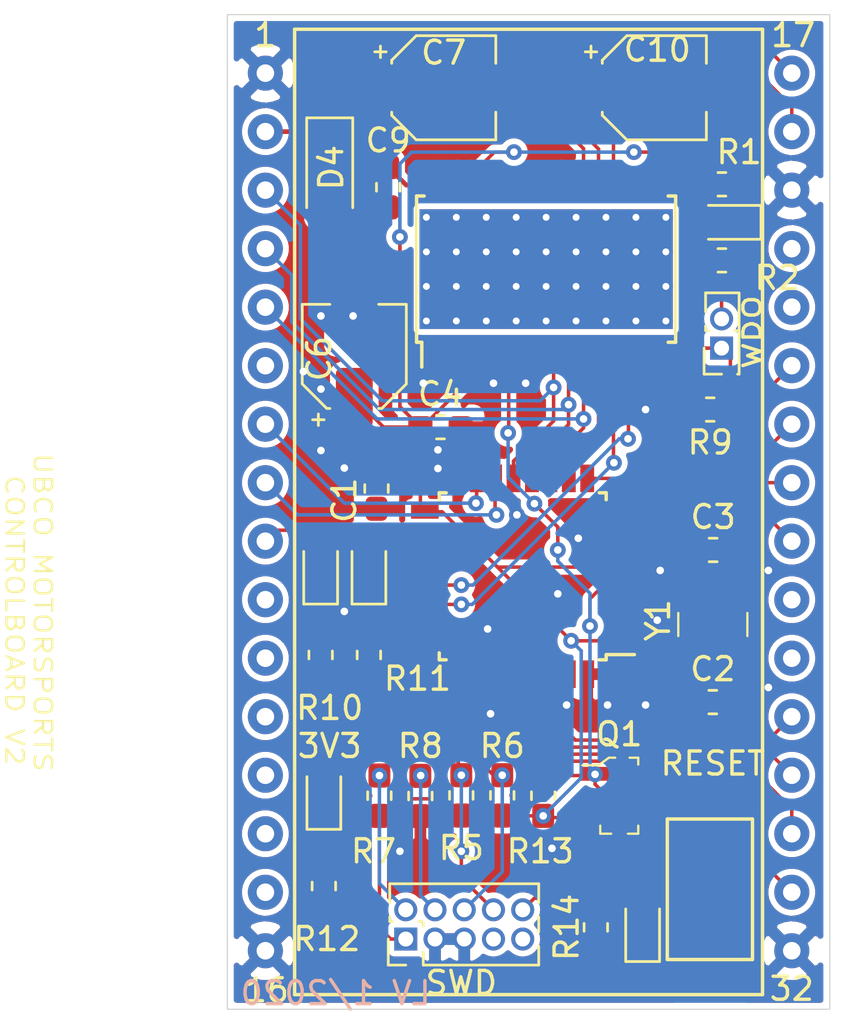
<source format=kicad_pcb>
(kicad_pcb (version 20171130) (host pcbnew "(5.1.4-0-10_14)")
  (layers (0 F.Cu signal) (31 B.Cu signal) (36 B.SilkS user) (37 F.SilkS user) (38 B.Mask user) (39 F.Mask user) (44 Edge.Cuts user))
  (net 0 "")
  (net 1 GND)
  (net 2 +12V)
  (net 3 "Net-(C10-Pad1)")
  (net 4 "Net-(D1-Pad1)")
  (net 5 CANH)
  (net 6 CANL)
  (net 7 MOSI)
  (net 8 MISO)
  (net 9 SCK)
  (net 10 SCSN)
  (net 11 SWDIO)
  (net 12 SWDCLK)
  (net 13 SWO)
  (net 14 TDI)
  (net 15 RESET)
  (net 16 LIMP)
  (net 17 WD_OFF)
  (net 18 CAN_RX)
  (net 19 CAN_TX)
  (net 20 "Net-(D2-Pad1)")
  (net 21 "Net-(D3-Pad1)")
  (net 22 "Net-(D5-Pad1)")
  (net 23 "Net-(D6-Pad2)")
  (net 24 "Net-(D6-Pad1)")
  (net 25 +3V3)
  (net 26 PB7)
  (net 27 PB6)
  (net 28 PB5)
  (net 29 PB4)
  (net 30 PA3)
  (net 31 PA2)
  (net 32 PA1)
  (net 33 PA0)
  (net 34 OSC_IN)
  (net 35 OSC_OUT)
  (module Capacitor_SMD:C_0603_1608Metric_Pad1.05x0.95mm_HandSolder (layer F.Cu) (at 139.079 96.901)
    (fp_text reference C3 (at 0 -1.43) (layer F.SilkS))
    (fp_text value 8p)
    (pad 2 smd roundrect (at 0.875 0) (size 1.05 0.95) (layers F.Cu F.Paste F.Mask) (net 1 GND))
    (pad 1 smd roundrect (at -0.875 0) (size 1.05 0.95) (layers F.Cu F.Paste F.Mask) (net 35 OSC_OUT))
  )
  (module digikey-footprints:SMD-2_3.2x2.5mm (layer F.Cu) (at 139.065 100.137 90)
    (fp_text reference Y1 (at 0.188 -2.38 90) (layer F.SilkS))
    (fp_text value 8Mhz)
    (pad 1 smd rect (at -0.95 0 90) (size 1.5 2.7) (layers F.Cu F.Paste F.Mask) (net 34 OSC_IN))
    (pad 2 smd rect (at 0.95 0 90) (size 1.5 2.7) (layers F.Cu F.Paste F.Mask) (net 35 OSC_OUT))
  )
  (module Capacitor_SMD:C_0603_1608Metric_Pad1.05x0.95mm_HandSolder (layer F.Cu) (at 139.065 103.505)
    (fp_text reference C2 (at 0 -1.43) (layer F.SilkS))
    (fp_text value 8p)
    (pad 2 smd roundrect (at 0.875 0) (size 1.05 0.95) (layers F.Cu F.Paste F.Mask) (net 1 GND))
    (pad 1 smd roundrect (at -0.875 0) (size 1.05 0.95) (layers F.Cu F.Paste F.Mask) (net 34 OSC_IN))
  )
  (module Package_QFP:LQFP-32_7x7mm_P0.8mm (layer F.Cu) (at 130.81 98.044 180)
    (fp_text reference U1 hide)
    (fp_text value STM32F303K8Tx)
    (pad 32 smd rect (at -2.8 -4.25 270) (size 1.2 0.6) (layers F.Cu F.Paste F.Mask) (net 1 GND))
    (pad 31 smd rect (at -2 -4.25 270) (size 1.2 0.6) (layers F.Cu F.Paste F.Mask))
    (pad 30 smd rect (at -1.2 -4.25 270) (size 1.2 0.6) (layers F.Cu F.Paste F.Mask) (net 26 PB7))
    (pad 29 smd rect (at -0.4 -4.25 270) (size 1.2 0.6) (layers F.Cu F.Paste F.Mask) (net 27 PB6))
    (pad 28 smd rect (at 0.4 -4.25 270) (size 1.2 0.6) (layers F.Cu F.Paste F.Mask) (net 28 PB5))
    (pad 27 smd rect (at 1.2 -4.25 270) (size 1.2 0.6) (layers F.Cu F.Paste F.Mask) (net 29 PB4))
    (pad 26 smd rect (at 2 -4.25 270) (size 1.2 0.6) (layers F.Cu F.Paste F.Mask) (net 13 SWO))
    (pad 25 smd rect (at 2.8 -4.25 270) (size 1.2 0.6) (layers F.Cu F.Paste F.Mask) (net 14 TDI))
    (pad 24 smd rect (at 4.25 -2.8 180) (size 1.2 0.6) (layers F.Cu F.Paste F.Mask) (net 12 SWDCLK))
    (pad 23 smd rect (at 4.25 -2 180) (size 1.2 0.6) (layers F.Cu F.Paste F.Mask) (net 11 SWDIO))
    (pad 22 smd rect (at 4.25 -1.2 180) (size 1.2 0.6) (layers F.Cu F.Paste F.Mask) (net 19 CAN_TX))
    (pad 21 smd rect (at 4.25 -0.4 180) (size 1.2 0.6) (layers F.Cu F.Paste F.Mask) (net 18 CAN_RX))
    (pad 20 smd rect (at 4.25 0.4 180) (size 1.2 0.6) (layers F.Cu F.Paste F.Mask))
    (pad 19 smd rect (at 4.25 1.2 180) (size 1.2 0.6) (layers F.Cu F.Paste F.Mask))
    (pad 18 smd rect (at 4.25 2 180) (size 1.2 0.6) (layers F.Cu F.Paste F.Mask))
    (pad 17 smd rect (at 4.25 2.8 180) (size 1.2 0.6) (layers F.Cu F.Paste F.Mask) (net 25 +3V3))
    (pad 16 smd rect (at 2.8 4.25 270) (size 1.2 0.6) (layers F.Cu F.Paste F.Mask) (net 1 GND))
    (pad 15 smd rect (at 2 4.25 270) (size 1.2 0.6) (layers F.Cu F.Paste F.Mask))
    (pad 14 smd rect (at 1.2 4.25 270) (size 1.2 0.6) (layers F.Cu F.Paste F.Mask))
    (pad 13 smd rect (at 0.4 4.25 270) (size 1.2 0.6) (layers F.Cu F.Paste F.Mask) (net 7 MOSI))
    (pad 12 smd rect (at -0.4 4.25 270) (size 1.2 0.6) (layers F.Cu F.Paste F.Mask) (net 8 MISO))
    (pad 11 smd rect (at -1.2 4.25 270) (size 1.2 0.6) (layers F.Cu F.Paste F.Mask) (net 9 SCK))
    (pad 10 smd rect (at -2 4.25 270) (size 1.2 0.6) (layers F.Cu F.Paste F.Mask) (net 10 SCSN))
    (pad 9 smd rect (at -2.8 4.25 270) (size 1.2 0.6) (layers F.Cu F.Paste F.Mask) (net 30 PA3))
    (pad 8 smd rect (at -4.25 2.8 180) (size 1.2 0.6) (layers F.Cu F.Paste F.Mask) (net 31 PA2))
    (pad 7 smd rect (at -4.25 2 180) (size 1.2 0.6) (layers F.Cu F.Paste F.Mask) (net 32 PA1))
    (pad 6 smd rect (at -4.25 1.2 180) (size 1.2 0.6) (layers F.Cu F.Paste F.Mask) (net 33 PA0))
    (pad 5 smd rect (at -4.25 0.4 180) (size 1.2 0.6) (layers F.Cu F.Paste F.Mask) (net 25 +3V3))
    (pad 4 smd rect (at -4.25 -0.4 180) (size 1.2 0.6) (layers F.Cu F.Paste F.Mask) (net 15 RESET))
    (pad 3 smd rect (at -4.25 -1.2 180) (size 1.2 0.6) (layers F.Cu F.Paste F.Mask) (net 35 OSC_OUT))
    (pad 2 smd rect (at -4.25 -2 180) (size 1.2 0.6) (layers F.Cu F.Paste F.Mask) (net 34 OSC_IN))
    (pad 1 smd rect (at -4.25 -2.8 180) (size 1.2 0.6) (layers F.Cu F.Paste F.Mask) (net 25 +3V3))
  )
  (module Package_SO:HTSSOP-32-1EP_6.1x11mm_P0.65mm_EP5.2x11mm_Mask4.11x4.36mm_ThermalVias (layer F.Cu) (at 131.826 84.709 90)
    (fp_text reference U2 hide)
    (fp_text value UJA1075A-3.3)
    (pad 33 smd rect (at 0 0 90) (size 5.2 11) (layers B.Cu))
    (pad 33 thru_hole circle (at 0.75 5.2 90) (size 0.6 0.6) (drill 0.3) (layers *.Cu))
    (pad 33 thru_hole circle (at 2.25 5.2 90) (size 0.6 0.6) (drill 0.3) (layers *.Cu))
    (pad 33 thru_hole circle (at -2.25 5.2 90) (size 0.6 0.6) (drill 0.3) (layers *.Cu))
    (pad 33 thru_hole circle (at -0.75 5.2 90) (size 0.6 0.6) (drill 0.3) (layers *.Cu))
    (pad 33 thru_hole circle (at 0.75 3.9 90) (size 0.6 0.6) (drill 0.3) (layers *.Cu))
    (pad 33 thru_hole circle (at 0.75 2.6 90) (size 0.6 0.6) (drill 0.3) (layers *.Cu))
    (pad 33 thru_hole circle (at -0.75 2.6 90) (size 0.6 0.6) (drill 0.3) (layers *.Cu))
    (pad 33 thru_hole circle (at -2.25 2.6 90) (size 0.6 0.6) (drill 0.3) (layers *.Cu))
    (pad 33 thru_hole circle (at -0.75 3.9 90) (size 0.6 0.6) (drill 0.3) (layers *.Cu))
    (pad 33 thru_hole circle (at 2.25 3.9 90) (size 0.6 0.6) (drill 0.3) (layers *.Cu))
    (pad 33 thru_hole circle (at -2.25 3.9 90) (size 0.6 0.6) (drill 0.3) (layers *.Cu))
    (pad 33 thru_hole circle (at 2.25 2.6 90) (size 0.6 0.6) (drill 0.3) (layers *.Cu))
    (pad 33 thru_hole circle (at 0.75 1.3 90) (size 0.6 0.6) (drill 0.3) (layers *.Cu))
    (pad 33 thru_hole circle (at 0.75 0 90) (size 0.6 0.6) (drill 0.3) (layers *.Cu))
    (pad 33 thru_hole circle (at -0.75 0 90) (size 0.6 0.6) (drill 0.3) (layers *.Cu))
    (pad 33 thru_hole circle (at -2.25 0 90) (size 0.6 0.6) (drill 0.3) (layers *.Cu))
    (pad 33 thru_hole circle (at -0.75 1.3 90) (size 0.6 0.6) (drill 0.3) (layers *.Cu))
    (pad 33 thru_hole circle (at 2.25 1.3 90) (size 0.6 0.6) (drill 0.3) (layers *.Cu))
    (pad 33 thru_hole circle (at -2.25 1.3 90) (size 0.6 0.6) (drill 0.3) (layers *.Cu))
    (pad 33 thru_hole circle (at 2.25 0 90) (size 0.6 0.6) (drill 0.3) (layers *.Cu))
    (pad 33 thru_hole circle (at 0.75 -1.3 90) (size 0.6 0.6) (drill 0.3) (layers *.Cu))
    (pad 33 thru_hole circle (at 0.75 -2.6 90) (size 0.6 0.6) (drill 0.3) (layers *.Cu))
    (pad 33 thru_hole circle (at -0.75 -2.6 90) (size 0.6 0.6) (drill 0.3) (layers *.Cu))
    (pad 33 thru_hole circle (at -2.25 -2.6 90) (size 0.6 0.6) (drill 0.3) (layers *.Cu))
    (pad 33 thru_hole circle (at -0.75 -1.3 90) (size 0.6 0.6) (drill 0.3) (layers *.Cu))
    (pad 33 thru_hole circle (at 2.25 -1.3 90) (size 0.6 0.6) (drill 0.3) (layers *.Cu))
    (pad 33 thru_hole circle (at -2.25 -1.3 90) (size 0.6 0.6) (drill 0.3) (layers *.Cu))
    (pad 33 thru_hole circle (at 2.25 -2.6 90) (size 0.6 0.6) (drill 0.3) (layers *.Cu))
    (pad 33 thru_hole circle (at 2.25 -3.9 90) (size 0.6 0.6) (drill 0.3) (layers *.Cu))
    (pad 33 thru_hole circle (at 0.75 -3.9 90) (size 0.6 0.6) (drill 0.3) (layers *.Cu))
    (pad 33 thru_hole circle (at -0.75 -3.9 90) (size 0.6 0.6) (drill 0.3) (layers *.Cu))
    (pad 33 thru_hole circle (at -2.25 -3.9 90) (size 0.6 0.6) (drill 0.3) (layers *.Cu))
    (pad 33 thru_hole circle (at 2.25 -5.2 90) (size 0.6 0.6) (drill 0.3) (layers *.Cu))
    (pad 33 thru_hole circle (at 0.75 -5.2 90) (size 0.6 0.6) (drill 0.3) (layers *.Cu))
    (pad 33 thru_hole circle (at -0.75 -5.2 90) (size 0.6 0.6) (drill 0.3) (layers *.Cu))
    (pad 33 thru_hole circle (at -2.25 -5.2 90) (size 0.6 0.6) (drill 0.3) (layers *.Cu))
    (pad 33 smd rect (at 0 0 90) (size 5.2 11) (layers F.Cu))
    (pad 32 smd rect (at 3.65 -4.875 90) (size 1.2 0.4) (layers F.Cu F.Paste F.Mask) (net 2 +12V))
    (pad 31 smd rect (at 3.65 -4.225 90) (size 1.2 0.4) (layers F.Cu F.Paste F.Mask))
    (pad 30 smd rect (at 3.65 -3.575 90) (size 1.2 0.4) (layers F.Cu F.Paste F.Mask) (net 1 GND))
    (pad 29 smd rect (at 3.65 -2.925 90) (size 1.2 0.4) (layers F.Cu F.Paste F.Mask) (net 25 +3V3))
    (pad 28 smd rect (at 3.65 -2.275 90) (size 1.2 0.4) (layers F.Cu F.Paste F.Mask))
    (pad 27 smd rect (at 3.65 -1.625 90) (size 1.2 0.4) (layers F.Cu F.Paste F.Mask))
    (pad 26 smd rect (at 3.65 -0.975 90) (size 1.2 0.4) (layers F.Cu F.Paste F.Mask))
    (pad 25 smd rect (at 3.65 -0.325 90) (size 1.2 0.4) (layers F.Cu F.Paste F.Mask))
    (pad 24 smd rect (at 3.65 0.325 90) (size 1.2 0.4) (layers F.Cu F.Paste F.Mask))
    (pad 23 smd rect (at 3.65 0.975 90) (size 1.2 0.4) (layers F.Cu F.Paste F.Mask) (net 1 GND))
    (pad 22 smd rect (at 3.65 1.625 90) (size 1.2 0.4) (layers F.Cu F.Paste F.Mask) (net 6 CANL))
    (pad 21 smd rect (at 3.65 2.275 90) (size 1.2 0.4) (layers F.Cu F.Paste F.Mask) (net 5 CANH))
    (pad 20 smd rect (at 3.65 2.925 90) (size 1.2 0.4) (layers F.Cu F.Paste F.Mask) (net 3 "Net-(C10-Pad1)"))
    (pad 19 smd rect (at 3.65 3.575 90) (size 1.2 0.4) (layers F.Cu F.Paste F.Mask))
    (pad 18 smd rect (at 3.65 4.225 90) (size 1.2 0.4) (layers F.Cu F.Paste F.Mask))
    (pad 17 smd rect (at 3.65 4.875 90) (size 1.2 0.4) (layers F.Cu F.Paste F.Mask) (net 16 LIMP))
    (pad 16 smd rect (at -3.65 4.875 90) (size 1.2 0.4) (layers F.Cu F.Paste F.Mask) (net 17 WD_OFF))
    (pad 15 smd rect (at -3.65 4.225 90) (size 1.2 0.4) (layers F.Cu F.Paste F.Mask) (net 1 GND))
    (pad 14 smd rect (at -3.65 3.575 90) (size 1.2 0.4) (layers F.Cu F.Paste F.Mask) (net 18 CAN_RX))
    (pad 13 smd rect (at -3.65 2.925 90) (size 1.2 0.4) (layers F.Cu F.Paste F.Mask) (net 19 CAN_TX))
    (pad 12 smd rect (at -3.65 2.275 90) (size 1.2 0.4) (layers F.Cu F.Paste F.Mask) (net 10 SCSN))
    (pad 11 smd rect (at -3.65 1.625 90) (size 1.2 0.4) (layers F.Cu F.Paste F.Mask) (net 9 SCK))
    (pad 10 smd rect (at -3.65 0.975 90) (size 1.2 0.4) (layers F.Cu F.Paste F.Mask) (net 8 MISO))
    (pad 9 smd rect (at -3.65 0.325 90) (size 1.2 0.4) (layers F.Cu F.Paste F.Mask) (net 7 MOSI))
    (pad 8 smd rect (at -3.65 -0.325 90) (size 1.2 0.4) (layers F.Cu F.Paste F.Mask))
    (pad 7 smd rect (at -3.65 -0.975 90) (size 1.2 0.4) (layers F.Cu F.Paste F.Mask))
    (pad 6 smd rect (at -3.65 -1.625 90) (size 1.2 0.4) (layers F.Cu F.Paste F.Mask) (net 15 RESET))
    (pad 5 smd rect (at -3.65 -2.275 90) (size 1.2 0.4) (layers F.Cu F.Paste F.Mask))
    (pad 4 smd rect (at -3.65 -2.925 90) (size 1.2 0.4) (layers F.Cu F.Paste F.Mask) (net 25 +3V3))
    (pad 3 smd rect (at -3.65 -3.575 90) (size 1.2 0.4) (layers F.Cu F.Paste F.Mask))
    (pad 2 smd rect (at -3.65 -4.225 90) (size 1.2 0.4) (layers F.Cu F.Paste F.Mask))
    (pad 1 smd rect (at -3.65 -4.875 90) (size 1.2 0.4) (layers F.Cu F.Paste F.Mask))
  )
  (module Lukas_Library:Breadboard_Center_32pin (layer F.Cu) (at 119.634 76.2)
    (fp_text reference J1 hide)
    (fp_text value "Main Header")
    (pad 32 thru_hole circle (at 22.86 38.1) (size 1.524 1.524) (drill 0.762) (layers *.Cu *.Mask) (net 1 GND))
    (pad 31 thru_hole circle (at 22.86 35.56) (size 1.524 1.524) (drill 0.762) (layers *.Cu *.Mask) (net 29 PB4))
    (pad 30 thru_hole circle (at 22.86 33.02) (size 1.524 1.524) (drill 0.762) (layers *.Cu *.Mask) (net 28 PB5))
    (pad 29 thru_hole circle (at 22.86 30.48) (size 1.524 1.524) (drill 0.762) (layers *.Cu *.Mask) (net 27 PB6))
    (pad 28 thru_hole circle (at 22.86 27.94) (size 1.524 1.524) (drill 0.762) (layers *.Cu *.Mask) (net 26 PB7))
    (pad 27 thru_hole circle (at 22.86 25.4) (size 1.524 1.524) (drill 0.762) (layers *.Cu *.Mask))
    (pad 26 thru_hole circle (at 22.86 22.86) (size 1.524 1.524) (drill 0.762) (layers *.Cu *.Mask))
    (pad 25 thru_hole circle (at 22.86 20.32) (size 1.524 1.524) (drill 0.762) (layers *.Cu *.Mask) (net 33 PA0))
    (pad 24 thru_hole circle (at 22.86 17.78) (size 1.524 1.524) (drill 0.762) (layers *.Cu *.Mask) (net 32 PA1))
    (pad 23 thru_hole circle (at 22.86 15.24) (size 1.524 1.524) (drill 0.762) (layers *.Cu *.Mask) (net 31 PA2))
    (pad 22 thru_hole circle (at 22.86 12.7) (size 1.524 1.524) (drill 0.762) (layers *.Cu *.Mask) (net 30 PA3))
    (pad 21 thru_hole circle (at 22.86 10.16) (size 1.524 1.524) (drill 0.762) (layers *.Cu *.Mask))
    (pad 20 thru_hole circle (at 22.86 7.62) (size 1.524 1.524) (drill 0.762) (layers *.Cu *.Mask))
    (pad 19 thru_hole circle (at 22.86 5.08) (size 1.524 1.524) (drill 0.762) (layers *.Cu *.Mask) (net 1 GND))
    (pad 18 thru_hole circle (at 22.86 2.54) (size 1.524 1.524) (drill 0.762) (layers *.Cu *.Mask) (net 5 CANH))
    (pad 17 thru_hole circle (at 22.86 0) (size 1.524 1.524) (drill 0.762) (layers *.Cu *.Mask) (net 6 CANL))
    (pad 16 thru_hole circle (at 0 38.1) (size 1.524 1.524) (drill 0.762) (layers *.Cu *.Mask) (net 1 GND))
    (pad 15 thru_hole circle (at 0 35.56) (size 1.524 1.524) (drill 0.762) (layers *.Cu *.Mask))
    (pad 14 thru_hole circle (at 0 33.02) (size 1.524 1.524) (drill 0.762) (layers *.Cu *.Mask))
    (pad 13 thru_hole circle (at 0 30.48) (size 1.524 1.524) (drill 0.762) (layers *.Cu *.Mask))
    (pad 12 thru_hole circle (at 0 27.94) (size 1.524 1.524) (drill 0.762) (layers *.Cu *.Mask))
    (pad 11 thru_hole circle (at 0 25.4) (size 1.524 1.524) (drill 0.762) (layers *.Cu *.Mask))
    (pad 10 thru_hole circle (at 0 22.86) (size 1.524 1.524) (drill 0.762) (layers *.Cu *.Mask))
    (pad 9 thru_hole circle (at 0 20.32) (size 1.524 1.524) (drill 0.762) (layers *.Cu *.Mask))
    (pad 8 thru_hole circle (at 0 17.78) (size 1.524 1.524) (drill 0.762) (layers *.Cu *.Mask))
    (pad 7 thru_hole circle (at 0 15.24) (size 1.524 1.524) (drill 0.762) (layers *.Cu *.Mask))
    (pad 6 thru_hole circle (at 0 12.7) (size 1.524 1.524) (drill 0.762) (layers *.Cu *.Mask))
    (pad 5 thru_hole circle (at 0 10.16) (size 1.524 1.524) (drill 0.762) (layers *.Cu *.Mask) (net 9 SCK))
    (pad 4 thru_hole circle (at 0 7.62) (size 1.524 1.524) (drill 0.762) (layers *.Cu *.Mask) (net 8 MISO))
    (pad 3 thru_hole circle (at 0 5.08) (size 1.524 1.524) (drill 0.762) (layers *.Cu *.Mask) (net 7 MOSI))
    (pad 2 thru_hole circle (at 0 2.54) (size 1.524 1.524) (drill 0.762) (layers *.Cu *.Mask) (net 2 +12V))
    (pad 1 thru_hole circle (at 0 0) (size 1.524 1.524) (drill 0.762) (layers *.Cu *.Mask) (net 1 GND))
  )
  (module "Lukas_Library:PTS636 SK25F SMTR LFS" (layer F.Cu) (at 138.938 111.631 270)
    (fp_text reference S1 hide)
    (fp_text value RESET)
    (pad 1 smd rect (at -3.3 0 270) (size 2.4 2.1) (layers F.Cu F.Paste F.Mask) (net 15 RESET))
    (pad 2 smd rect (at 3.3 0 270) (size 2.4 2.1) (layers F.Cu F.Paste F.Mask) (net 1 GND))
  )
  (module Resistor_SMD:R_0603_1608Metric_Pad1.05x0.95mm_HandSolder (layer F.Cu) (at 133.985 113.284 90)
    (fp_text reference R14 (at 0 -1.27 90) (layer F.SilkS))
    (fp_text value 220)
    (pad 2 smd roundrect (at 0.875 0 90) (size 1.05 0.95) (layers F.Cu F.Paste F.Mask) (net 1 GND))
    (pad 1 smd roundrect (at -0.875 0 90) (size 1.05 0.95) (layers F.Cu F.Paste F.Mask) (net 24 "Net-(D6-Pad1)"))
  )
  (module digikey-footprints:SOT-23-3 (layer F.Cu) (at 135.001 107.569)
    (fp_text reference Q1 (at 0 -2.667) (layer F.SilkS))
    (fp_text value BSS84)
    (pad 1 smd rect (at -1.05 -0.95) (size 1.3 0.6) (layers F.Cu F.Paste F.Mask) (net 15 RESET))
    (pad 2 smd rect (at -1.05 0.95) (size 1.3 0.6) (layers F.Cu F.Paste F.Mask) (net 25 +3V3))
    (pad 3 smd rect (at 1.05 0) (size 1.3 0.6) (layers F.Cu F.Paste F.Mask) (net 23 "Net-(D6-Pad2)"))
  )
  (module LED_SMD:LED_0603_1608Metric (layer F.Cu) (at 136.017 113.284 90)
    (fp_text reference D6 hide)
    (fp_text value LEDR)
    (pad 2 smd roundrect (at 0.7875 0 90) (size 0.875 0.95) (layers F.Cu F.Paste F.Mask) (net 23 "Net-(D6-Pad2)"))
    (pad 1 smd roundrect (at -0.7875 0 90) (size 0.875 0.95) (layers F.Cu F.Paste F.Mask) (net 24 "Net-(D6-Pad1)"))
  )
  (module LED_SMD:LED_0603_1608Metric (layer F.Cu) (at 122.174 107.5435 90)
    (fp_text reference D5 hide)
    (fp_text value LEDG)
    (pad 2 smd roundrect (at 0.7875 0 90) (size 0.875 0.95) (layers F.Cu F.Paste F.Mask) (net 25 +3V3))
    (pad 1 smd roundrect (at -0.7875 0 90) (size 0.875 0.95) (layers F.Cu F.Paste F.Mask) (net 22 "Net-(D5-Pad1)"))
  )
  (module LED_SMD:LED_0603_1608Metric (layer F.Cu) (at 124.1298 97.7645 90)
    (fp_text reference D3 hide)
    (fp_text value LEDG)
    (pad 2 smd roundrect (at 0.7875 0 90) (size 0.875 0.95) (layers F.Cu F.Paste F.Mask))
    (pad 1 smd roundrect (at -0.7875 0 90) (size 0.875 0.95) (layers F.Cu F.Paste F.Mask) (net 21 "Net-(D3-Pad1)"))
  )
  (module LED_SMD:LED_0603_1608Metric (layer F.Cu) (at 122.0343 97.7645 90)
    (fp_text reference D2 hide)
    (fp_text value LEDG)
    (pad 2 smd roundrect (at 0.7875 0 90) (size 0.875 0.95) (layers F.Cu F.Paste F.Mask))
    (pad 1 smd roundrect (at -0.7875 0 90) (size 0.875 0.95) (layers F.Cu F.Paste F.Mask) (net 20 "Net-(D2-Pad1)"))
  )
  (module LED_SMD:LED_0603_1608Metric (layer F.Cu) (at 139.6745 82.677 180)
    (fp_text reference D1 hide)
    (fp_text value LEDR)
    (pad 2 smd roundrect (at 0.7875 0 180) (size 0.875 0.95) (layers F.Cu F.Paste F.Mask) (net 25 +3V3))
    (pad 1 smd roundrect (at -0.7875 0 180) (size 0.875 0.95) (layers F.Cu F.Paste F.Mask) (net 4 "Net-(D1-Pad1)"))
  )
  (module Resistor_SMD:R_0603_1608Metric_Pad1.05x0.95mm_HandSolder (layer F.Cu) (at 131.699 107.569 90)
    (fp_text reference R13 (at -2.413 -0.127) (layer F.SilkS))
    (fp_text value 10k)
    (pad 2 smd roundrect (at 0.875 0 90) (size 1.05 0.95) (layers F.Cu F.Paste F.Mask) (net 15 RESET))
    (pad 1 smd roundrect (at -0.875 0 90) (size 1.05 0.95) (layers F.Cu F.Paste F.Mask) (net 25 +3V3))
  )
  (module Resistor_SMD:R_0603_1608Metric_Pad1.05x0.95mm_HandSolder (layer F.Cu) (at 122.174 111.492 90)
    (fp_text reference R12 (at -2.3 0.127 180) (layer F.SilkS))
    (fp_text value 220)
    (pad 2 smd roundrect (at 0.875 0 90) (size 1.05 0.95) (layers F.Cu F.Paste F.Mask) (net 22 "Net-(D5-Pad1)"))
    (pad 1 smd roundrect (at -0.875 0 90) (size 1.05 0.95) (layers F.Cu F.Paste F.Mask) (net 1 GND))
  )
  (module Resistor_SMD:R_0603_1608Metric_Pad1.05x0.95mm_HandSolder (layer F.Cu) (at 124.1298 101.459 90)
    (fp_text reference R11 (at -1.03 2.1082 180) (layer F.SilkS))
    (fp_text value 220)
    (pad 2 smd roundrect (at 0.875 0 90) (size 1.05 0.95) (layers F.Cu F.Paste F.Mask) (net 21 "Net-(D3-Pad1)"))
    (pad 1 smd roundrect (at -0.875 0 90) (size 1.05 0.95) (layers F.Cu F.Paste F.Mask) (net 1 GND))
  )
  (module Resistor_SMD:R_0603_1608Metric_Pad1.05x0.95mm_HandSolder (layer F.Cu) (at 122.0343 101.459 90)
    (fp_text reference R10 (at -2.3 0.3937 180) (layer F.SilkS))
    (fp_text value 220)
    (pad 2 smd roundrect (at 0.875 0 90) (size 1.05 0.95) (layers F.Cu F.Paste F.Mask) (net 20 "Net-(D2-Pad1)"))
    (pad 1 smd roundrect (at -0.875 0 90) (size 1.05 0.95) (layers F.Cu F.Paste F.Mask) (net 1 GND))
  )
  (module Resistor_SMD:R_0603_1608Metric_Pad1.05x0.95mm_HandSolder (layer F.Cu) (at 138.952 90.805 180)
    (fp_text reference R9 (at 0 -1.43) (layer F.SilkS))
    (fp_text value 1.3k)
    (pad 2 smd roundrect (at 0.875 0 180) (size 1.05 0.95) (layers F.Cu F.Paste F.Mask) (net 1 GND))
    (pad 1 smd roundrect (at -0.875 0 180) (size 1.05 0.95) (layers F.Cu F.Paste F.Mask) (net 17 WD_OFF))
  )
  (module Resistor_SMD:R_0603_1608Metric_Pad1.05x0.95mm_HandSolder (layer F.Cu) (at 126.365 107.583 270)
    (fp_text reference R8 (at -2.173 0 180) (layer F.SilkS))
    (fp_text value 10k)
    (pad 2 smd roundrect (at 0.875 0 270) (size 1.05 0.95) (layers F.Cu F.Paste F.Mask) (net 1 GND))
    (pad 1 smd roundrect (at -0.875 0 270) (size 1.05 0.95) (layers F.Cu F.Paste F.Mask) (net 12 SWDCLK))
  )
  (module Resistor_SMD:R_0603_1608Metric_Pad1.05x0.95mm_HandSolder (layer F.Cu) (at 124.587 107.569 90)
    (fp_text reference R7 (at -2.413 -0.254) (layer F.SilkS))
    (fp_text value 10k)
    (pad 2 smd roundrect (at 0.875 0 90) (size 1.05 0.95) (layers F.Cu F.Paste F.Mask) (net 11 SWDIO))
    (pad 1 smd roundrect (at -0.875 0 90) (size 1.05 0.95) (layers F.Cu F.Paste F.Mask) (net 25 +3V3))
  )
  (module Resistor_SMD:R_0603_1608Metric_Pad1.05x0.95mm_HandSolder (layer F.Cu) (at 129.921 107.555 90)
    (fp_text reference R6 (at 2.145 0 180) (layer F.SilkS))
    (fp_text value 10k)
    (pad 2 smd roundrect (at 0.875 0 90) (size 1.05 0.95) (layers F.Cu F.Paste F.Mask) (net 13 SWO))
    (pad 1 smd roundrect (at -0.875 0 90) (size 1.05 0.95) (layers F.Cu F.Paste F.Mask) (net 25 +3V3))
  )
  (module Resistor_SMD:R_0603_1608Metric_Pad1.05x0.95mm_HandSolder (layer F.Cu) (at 128.143 107.555 90)
    (fp_text reference R5 (at -2.286 0 180) (layer F.SilkS))
    (fp_text value 10k)
    (pad 2 smd roundrect (at 0.875 0 90) (size 1.05 0.95) (layers F.Cu F.Paste F.Mask) (net 14 TDI))
    (pad 1 smd roundrect (at -0.875 0 90) (size 1.05 0.95) (layers F.Cu F.Paste F.Mask) (net 25 +3V3))
  )
  (module Resistor_SMD:R_0603_1608Metric_Pad1.05x0.95mm_HandSolder (layer F.Cu) (at 139.46 84.328 180)
    (fp_text reference R2 (at -2.399 -0.762) (layer F.SilkS))
    (fp_text value 220)
    (pad 2 smd roundrect (at 0.875 0 180) (size 1.05 0.95) (layers F.Cu F.Paste F.Mask) (net 16 LIMP))
    (pad 1 smd roundrect (at -0.875 0 180) (size 1.05 0.95) (layers F.Cu F.Paste F.Mask) (net 4 "Net-(D1-Pad1)"))
  )
  (module Resistor_SMD:R_0603_1608Metric_Pad1.05x0.95mm_HandSolder (layer F.Cu) (at 139.46 81.026 180)
    (fp_text reference R1 (at -0.748 1.397) (layer F.SilkS))
    (fp_text value 10k)
    (pad 2 smd roundrect (at 0.875 0 180) (size 1.05 0.95) (layers F.Cu F.Paste F.Mask) (net 16 LIMP))
    (pad 1 smd roundrect (at -0.875 0 180) (size 1.05 0.95) (layers F.Cu F.Paste F.Mask) (net 25 +3V3))
  )
  (module Capacitor_SMD:C_0603_1608Metric_Pad1.05x0.95mm_HandSolder (layer F.Cu) (at 124.968 81.153 90)
    (fp_text reference C9 (at 2.032 0 180) (layer F.SilkS))
    (fp_text value 100n)
    (pad 2 smd roundrect (at 0.875 0 90) (size 1.05 0.95) (layers F.Cu F.Paste F.Mask) (net 2 +12V))
    (pad 1 smd roundrect (at -0.875 0 90) (size 1.05 0.95) (layers F.Cu F.Paste F.Mask) (net 1 GND))
  )
  (module Capacitor_SMD:C_0603_1608Metric_Pad1.05x0.95mm_HandSolder (layer F.Cu) (at 127.24 91.567)
    (fp_text reference C4 (at 0 -1.43) (layer F.SilkS))
    (fp_text value 100n)
    (pad 2 smd roundrect (at 0.875 0) (size 1.05 0.95) (layers F.Cu F.Paste F.Mask) (net 1 GND))
    (pad 1 smd roundrect (at -0.875 0) (size 1.05 0.95) (layers F.Cu F.Paste F.Mask) (net 25 +3V3))
  )
  (module Capacitor_SMD:C_0603_1608Metric_Pad1.05x0.95mm_HandSolder (layer F.Cu) (at 124.46 94.234 90)
    (fp_text reference C1 (at -0.508 -1.397 90) (layer F.SilkS))
    (fp_text value 100n)
    (pad 2 smd roundrect (at 0.875 0 90) (size 1.05 0.95) (layers F.Cu F.Paste F.Mask) (net 25 +3V3))
    (pad 1 smd roundrect (at -0.875 0 90) (size 1.05 0.95) (layers F.Cu F.Paste F.Mask) (net 1 GND))
  )
  (module Capacitor_SMD:CP_Elec_4x5.4 (layer F.Cu) (at 136.525 76.835)
    (fp_text reference C10 (at 0.127 -1.651) (layer F.SilkS))
    (fp_text value 10u)
    (pad 2 smd roundrect (at 1.8 0) (size 2.6 1.6) (layers F.Cu F.Paste F.Mask) (roundrect_rratio 0.15625) (net 1 GND))
    (pad 1 smd roundrect (at -1.8 0) (size 2.6 1.6) (layers F.Cu F.Paste F.Mask) (roundrect_rratio 0.15625) (net 3 "Net-(C10-Pad1)"))
  )
  (module Connector_PinHeader_1.27mm:PinHeader_2x01_P1.27mm_Vertical (layer F.Cu) (at 139.446 88.138 90)
    (fp_text reference J3 hide)
    (fp_text value WD_Disable)
    (pad 2 thru_hole oval (at 1.27 0 90) (size 1 1) (drill 0.65) (layers *.Cu *.Mask) (net 25 +3V3))
    (pad 1 thru_hole rect (at 0 0 90) (size 1 1) (drill 0.65) (layers *.Cu *.Mask) (net 17 WD_OFF))
  )
  (module Diode_SMD:D_SOD-123 (layer F.Cu) (at 122.428 80.391 270)
    (fp_text reference D4 (at -0.0889 -0.0635 90) (layer F.SilkS))
    (fp_text value 30v)
    (pad 2 smd rect (at 1.65 0 270) (size 0.9 1.2) (layers F.Cu F.Paste F.Mask) (net 1 GND))
    (pad 1 smd rect (at -1.65 0 270) (size 0.9 1.2) (layers F.Cu F.Paste F.Mask) (net 2 +12V))
  )
  (module Connector_PinHeader_1.27mm:PinHeader_2x05_P1.27mm_Vertical (layer F.Cu) (at 125.73 113.792 90)
    (fp_text reference J2 hide)
    (fp_text value SWD)
    (pad 10 thru_hole oval (at 1.27 5.08 90) (size 1 1) (drill 0.65) (layers *.Cu *.Mask) (net 15 RESET))
    (pad 9 thru_hole oval (at 0 5.08 90) (size 1 1) (drill 0.65) (layers *.Cu *.Mask))
    (pad 8 thru_hole oval (at 1.27 3.81 90) (size 1 1) (drill 0.65) (layers *.Cu *.Mask) (net 14 TDI))
    (pad 7 thru_hole oval (at 0 3.81 90) (size 1 1) (drill 0.65) (layers *.Cu *.Mask))
    (pad 6 thru_hole oval (at 1.27 2.54 90) (size 1 1) (drill 0.65) (layers *.Cu *.Mask) (net 13 SWO))
    (pad 5 thru_hole oval (at 0 2.54 90) (size 1 1) (drill 0.65) (layers *.Cu *.Mask) (net 1 GND))
    (pad 4 thru_hole oval (at 1.27 1.27 90) (size 1 1) (drill 0.65) (layers *.Cu *.Mask) (net 12 SWDCLK))
    (pad 3 thru_hole oval (at 0 1.27 90) (size 1 1) (drill 0.65) (layers *.Cu *.Mask) (net 1 GND))
    (pad 2 thru_hole oval (at 1.27 0 90) (size 1 1) (drill 0.65) (layers *.Cu *.Mask) (net 11 SWDIO))
    (pad 1 thru_hole rect (at 0 0 90) (size 1 1) (drill 0.65) (layers *.Cu *.Mask) (net 25 +3V3))
  )
  (module Capacitor_SMD:CP_Elec_4x5.4 (layer F.Cu) (at 123.4948 88.497 90)
    (fp_text reference C6 (at -0.0982 -1.524 90) (layer F.SilkS))
    (fp_text value 10u)
    (pad 2 smd roundrect (at 1.8 0 90) (size 2.6 1.6) (layers F.Cu F.Paste F.Mask) (roundrect_rratio 0.15625) (net 1 GND))
    (pad 1 smd roundrect (at -1.8 0 90) (size 2.6 1.6) (layers F.Cu F.Paste F.Mask) (roundrect_rratio 0.15625) (net 25 +3V3))
  )
  (module Capacitor_SMD:CP_Elec_4x5.4 (layer F.Cu) (at 127.381 76.835)
    (fp_text reference C7 (at 0 -1.524) (layer F.SilkS))
    (fp_text value 10u)
    (pad 2 smd roundrect (at 1.8 0) (size 2.6 1.6) (layers F.Cu F.Paste F.Mask) (roundrect_rratio 0.15625) (net 1 GND))
    (pad 1 smd roundrect (at -1.8 0) (size 2.6 1.6) (layers F.Cu F.Paste F.Mask) (roundrect_rratio 0.15625) (net 2 +12V))
  )
  (gr_text WDO (at 140.7795 87.4395 90) (layer F.SilkS) (effects (font (size 0.75 1))))
  (gr_text 3V3 (at 122.428 105.41) (layer F.SilkS) (effects (font (size 1 1))))
  (gr_text "LV 1/2020" (at 122.682 116.1415) (layer B.SilkS) (effects (font (size 1 1)) (justify mirror)))
  (gr_text "UBCO MOTORSPORTS \nCONTROLBOARD V2" (at 109.347 99.949 270) (layer F.SilkS) (effects (font (size 0.762 0.889) (thickness 0.1016))))
  (gr_text 32 (at 142.494 115.951) (layer F.SilkS) (effects (font (size 1 1))))
  (gr_text 16 (at 119.6975 116.0145) (layer F.SilkS) (effects (font (size 1 1))))
  (gr_text 17 (at 142.5575 74.549) (layer F.SilkS) (effects (font (size 1 1))))
  (gr_text 1 (at 119.634 74.549) (layer F.SilkS) (effects (font (size 1 1))))
  (gr_text RESET (at 139.065 106.172) (layer F.SilkS) (effects (font (size 1 1))))
  (gr_text SWD (at 128.143 115.697) (layer F.SilkS) (effects (font (size 1 1))))
  (gr_line (start 117.983 116.84) (end 117.983 73.66) (layer Edge.Cuts) (width 0.05))
  (gr_line (start 144.145 116.84) (end 117.983 116.84) (layer Edge.Cuts) (width 0.05))
  (gr_line (start 144.145 73.66) (end 144.145 116.84) (layer Edge.Cuts) (width 0.05))
  (gr_line (start 117.983 73.66) (end 144.145 73.66) (layer Edge.Cuts) (width 0.05))
  (segment (start 124.2628 96.844) (end 124.1298 96.977) (width 0.1524) (layer F.Cu) (net 0))
  (segment (start 126.56 96.844) (end 124.2628 96.844) (width 0.1524) (layer F.Cu) (net 0))
  (segment (start 122.7013 97.644) (end 122.0343 96.977) (width 0.1524) (layer F.Cu) (net 0))
  (segment (start 126.56 97.644) (end 122.7013 97.644) (width 0.1524) (layer F.Cu) (net 0))
  (segment (start 120.11 96.044) (end 119.634 96.52) (width 0.1524) (layer F.Cu) (net 0))
  (segment (start 126.56 96.044) (end 120.11 96.044) (width 0.1524) (layer F.Cu) (net 0))
  (via (at 128.778 94.869) (size 0.6858) (drill 0.3302) (layers F.Cu B.Cu) (net 0))
  (segment (start 128.81 94.837) (end 128.778 94.869) (width 0.1524) (layer F.Cu) (net 0))
  (segment (start 128.81 93.794) (end 128.81 94.837) (width 0.1524) (layer F.Cu) (net 0))
  (segment (start 123.063 94.869) (end 119.634 91.44) (width 0.1524) (layer B.Cu) (net 0))
  (segment (start 128.778 94.869) (end 123.063 94.869) (width 0.1524) (layer B.Cu) (net 0))
  (via (at 129.667 95.377) (size 0.6858) (drill 0.3302) (layers F.Cu B.Cu) (net 0))
  (segment (start 129.61 95.32) (end 129.667 95.377) (width 0.1524) (layer F.Cu) (net 0))
  (segment (start 129.61 93.794) (end 129.61 95.32) (width 0.1524) (layer F.Cu) (net 0))
  (segment (start 121.031 95.377) (end 119.634 93.98) (width 0.1524) (layer B.Cu) (net 0))
  (segment (start 129.667 95.377) (end 121.031 95.377) (width 0.1524) (layer B.Cu) (net 0))
  (via (at 125.476 109.982) (size 0.6858) (drill 0.3302) (layers F.Cu B.Cu) (net 1))
  (via (at 141.478 97.79) (size 0.6858) (drill 0.3302) (layers F.Cu B.Cu) (net 1))
  (via (at 141.478 102.87) (size 0.6858) (drill 0.3302) (layers F.Cu B.Cu) (net 1))
  (via (at 136.144 90.805) (size 0.6858) (drill 0.3302) (layers F.Cu B.Cu) (net 1))
  (via (at 121.285 89.154) (size 0.6858) (drill 0.3302) (layers F.Cu B.Cu) (net 1))
  (via (at 122.047 89.916) (size 0.6858) (drill 0.3302) (layers F.Cu B.Cu) (net 1))
  (via (at 123.444 86.741) (size 0.6858) (drill 0.3302) (layers F.Cu B.Cu) (net 1))
  (via (at 122.047 86.741) (size 0.6858) (drill 0.3302) (layers F.Cu B.Cu) (net 1))
  (segment (start 127.5576 93.794) (end 127.127 93.3634) (width 0.1524) (layer F.Cu) (net 1))
  (segment (start 128.01 93.794) (end 127.5576 93.794) (width 0.1524) (layer F.Cu) (net 1))
  (segment (start 127.127 92.555) (end 127.127 92.555) (width 0.1524) (layer F.Cu) (net 1))
  (segment (start 127.127 93.3634) (end 127.127 92.555) (width 0.1524) (layer F.Cu) (net 1))
  (segment (start 127.127 92.555) (end 128.115 91.567) (width 0.1524) (layer F.Cu) (net 1))
  (via (at 127.127 92.555) (size 0.6858) (drill 0.3302) (layers F.Cu B.Cu) (net 1))
  (segment (start 127.127 93.3634) (end 127.127 93.3634) (width 0.1524) (layer F.Cu) (net 1))
  (via (at 127.127 93.3634) (size 0.6858) (drill 0.3302) (layers F.Cu B.Cu) (net 1))
  (via (at 129.54 89.662) (size 0.6858) (drill 0.3302) (layers F.Cu B.Cu) (net 1))
  (via (at 133.223 96.393) (size 0.6858) (drill 0.3302) (layers F.Cu B.Cu) (net 1))
  (via (at 129.286 100.33) (size 0.6858) (drill 0.3302) (layers F.Cu B.Cu) (net 1))
  (via (at 132.334 98.806) (size 0.6858) (drill 0.3302) (layers F.Cu B.Cu) (net 1))
  (via (at 123.063 93.345) (size 0.6858) (drill 0.3302) (layers F.Cu B.Cu) (net 1))
  (via (at 122.047 92.583) (size 0.6858) (drill 0.3302) (layers F.Cu B.Cu) (net 1))
  (via (at 132.715 103.632) (size 0.6858) (drill 0.3302) (layers F.Cu B.Cu) (net 1))
  (via (at 134.493 103.632) (size 0.6858) (drill 0.3302) (layers F.Cu B.Cu) (net 1))
  (via (at 136.144 103.632) (size 0.6858) (drill 0.3302) (layers F.Cu B.Cu) (net 1))
  (via (at 136.779 97.79) (size 0.6858) (drill 0.3302) (layers F.Cu B.Cu) (net 1))
  (via (at 130.556 95.377) (size 0.6858) (drill 0.3302) (layers F.Cu B.Cu) (net 1))
  (via (at 130.937 89.662) (size 0.6858) (drill 0.3302) (layers F.Cu B.Cu) (net 1))
  (via (at 126.492 89.662) (size 0.6858) (drill 0.3302) (layers F.Cu B.Cu) (net 1))
  (via (at 136.652 99.949) (size 0.6858) (drill 0.3302) (layers F.Cu B.Cu) (net 1))
  (via (at 123.063 99.568) (size 0.6858) (drill 0.3302) (layers F.Cu B.Cu) (net 1))
  (via (at 129.413 104.013) (size 0.6858) (drill 0.3302) (layers F.Cu B.Cu) (net 1))
  (via (at 132.08 109.855) (size 0.6858) (drill 0.3302) (layers F.Cu B.Cu) (net 1))
  (segment (start 125.749 81.059) (end 124.968 80.278) (width 0.2032) (layer F.Cu) (net 2))
  (segment (start 126.951 81.059) (end 125.749 81.059) (width 0.2032) (layer F.Cu) (net 2))
  (segment (start 122.427 78.74) (end 122.428 78.741) (width 0.2032) (layer F.Cu) (net 2))
  (segment (start 119.634 78.74) (end 122.427 78.74) (width 0.2032) (layer F.Cu) (net 2))
  (segment (start 123.431 78.741) (end 124.968 80.278) (width 0.2032) (layer F.Cu) (net 2))
  (segment (start 122.428 78.741) (end 123.431 78.741) (width 0.2032) (layer F.Cu) (net 2))
  (segment (start 123.675 78.741) (end 125.581 76.835) (width 0.2032) (layer F.Cu) (net 2))
  (segment (start 122.428 78.741) (end 123.675 78.741) (width 0.2032) (layer F.Cu) (net 2))
  (segment (start 134.751 81.059) (end 134.751 76.861) (width 0.1524) (layer F.Cu) (net 3))
  (segment (start 134.751 76.861) (end 134.725 76.835) (width 0.1524) (layer F.Cu) (net 3))
  (segment (start 140.462 84.201) (end 140.335 84.328) (width 0.1524) (layer F.Cu) (net 4))
  (segment (start 140.462 82.677) (end 140.462 84.201) (width 0.1524) (layer F.Cu) (net 4))
  (segment (start 142.494 77.66237) (end 142.494 78.74) (width 0.1524) (layer F.Cu) (net 5))
  (segment (start 139.76163 74.93) (end 142.494 77.66237) (width 0.1524) (layer F.Cu) (net 5))
  (segment (start 132.08 75.819) (end 132.969 74.93) (width 0.1524) (layer F.Cu) (net 5))
  (segment (start 132.08 77.47) (end 132.08 75.819) (width 0.1524) (layer F.Cu) (net 5))
  (segment (start 134.101 79.491) (end 132.08 77.47) (width 0.1524) (layer F.Cu) (net 5))
  (segment (start 132.969 74.93) (end 139.76163 74.93) (width 0.1524) (layer F.Cu) (net 5))
  (segment (start 134.101 81.059) (end 134.101 79.491) (width 0.1524) (layer F.Cu) (net 5))
  (segment (start 132.842744 74.625189) (end 140.919189 74.625189) (width 0.1524) (layer F.Cu) (net 6))
  (segment (start 131.699 75.768933) (end 132.842744 74.625189) (width 0.1524) (layer F.Cu) (net 6))
  (segment (start 140.919189 74.625189) (end 141.732001 75.438001) (width 0.1524) (layer F.Cu) (net 6))
  (segment (start 133.451 79.476) (end 131.699 77.724) (width 0.1524) (layer F.Cu) (net 6))
  (segment (start 141.732001 75.438001) (end 142.494 76.2) (width 0.1524) (layer F.Cu) (net 6))
  (segment (start 131.699 77.724) (end 131.699 75.768933) (width 0.1524) (layer F.Cu) (net 6))
  (segment (start 133.451 81.059) (end 133.451 79.476) (width 0.1524) (layer F.Cu) (net 6))
  (segment (start 132.151 89.1114) (end 132.151 88.359) (width 0.1524) (layer F.Cu) (net 7))
  (segment (start 132.151 91.3006) (end 132.151 89.845) (width 0.1524) (layer F.Cu) (net 7))
  (segment (start 130.41 93.0416) (end 132.151 91.3006) (width 0.1524) (layer F.Cu) (net 7))
  (segment (start 130.41 93.794) (end 130.41 93.0416) (width 0.1524) (layer F.Cu) (net 7))
  (segment (start 132.151 89.845) (end 132.151 89.1114) (width 0.1524) (layer F.Cu) (net 7))
  (via (at 132.151 89.845) (size 0.6858) (drill 0.3302) (layers F.Cu B.Cu) (net 7))
  (segment (start 121.158 82.804) (end 119.634 81.28) (width 0.1524) (layer B.Cu) (net 7))
  (segment (start 121.158 86.868) (end 121.158 82.804) (width 0.1524) (layer B.Cu) (net 7))
  (segment (start 131.572 90.424) (end 124.714 90.424) (width 0.1524) (layer B.Cu) (net 7))
  (segment (start 124.714 90.424) (end 121.158 86.868) (width 0.1524) (layer B.Cu) (net 7))
  (segment (start 132.151 89.845) (end 131.572 90.424) (width 0.1524) (layer B.Cu) (net 7))
  (segment (start 132.801 89.1114) (end 132.801 88.359) (width 0.1524) (layer F.Cu) (net 8))
  (segment (start 132.801 91.4506) (end 132.801 90.592) (width 0.1524) (layer F.Cu) (net 8))
  (segment (start 131.21 93.0416) (end 132.801 91.4506) (width 0.1524) (layer F.Cu) (net 8))
  (segment (start 131.21 93.794) (end 131.21 93.0416) (width 0.1524) (layer F.Cu) (net 8))
  (segment (start 132.801 90.592) (end 132.801 89.1114) (width 0.1524) (layer F.Cu) (net 8))
  (via (at 132.801 90.592) (size 0.6858) (drill 0.3302) (layers F.Cu B.Cu) (net 8))
  (segment (start 120.777 84.963) (end 119.634 83.82) (width 0.1524) (layer B.Cu) (net 8))
  (segment (start 120.777 86.995) (end 120.777 84.963) (width 0.1524) (layer B.Cu) (net 8))
  (segment (start 132.588 90.805) (end 124.587 90.805) (width 0.1524) (layer B.Cu) (net 8))
  (segment (start 124.587 90.805) (end 120.777 86.995) (width 0.1524) (layer B.Cu) (net 8))
  (segment (start 132.801 90.592) (end 132.588 90.805) (width 0.1524) (layer B.Cu) (net 8))
  (segment (start 133.451 91.6006) (end 133.451 91.212) (width 0.1524) (layer F.Cu) (net 9))
  (segment (start 133.451 89.1114) (end 133.451 88.359) (width 0.1524) (layer F.Cu) (net 9))
  (segment (start 132.01 93.0416) (end 133.451 91.6006) (width 0.1524) (layer F.Cu) (net 9))
  (segment (start 132.01 93.794) (end 132.01 93.0416) (width 0.1524) (layer F.Cu) (net 9))
  (segment (start 133.451 91.212) (end 133.451 89.1114) (width 0.1524) (layer F.Cu) (net 9))
  (via (at 133.451 91.212) (size 0.6858) (drill 0.3302) (layers F.Cu B.Cu) (net 9))
  (segment (start 124.486 91.212) (end 119.634 86.36) (width 0.1524) (layer B.Cu) (net 9))
  (segment (start 133.451 91.212) (end 124.486 91.212) (width 0.1524) (layer B.Cu) (net 9))
  (segment (start 134.101 89.1114) (end 134.101 88.359) (width 0.1524) (layer F.Cu) (net 10))
  (segment (start 134.101 91.7506) (end 134.101 89.1114) (width 0.1524) (layer F.Cu) (net 10))
  (segment (start 132.81 93.0416) (end 134.101 91.7506) (width 0.1524) (layer F.Cu) (net 10))
  (segment (start 132.81 93.794) (end 132.81 93.0416) (width 0.1524) (layer F.Cu) (net 10))
  (segment (start 134.101 91.7506) (end 134.101 91.7506) (width 0.1524) (layer F.Cu) (net 10))
  (segment (start 125.8076 100.044) (end 125.086072 100.765528) (width 0.1524) (layer F.Cu) (net 11))
  (segment (start 125.086072 106.194928) (end 124.587 106.694) (width 0.1524) (layer F.Cu) (net 11))
  (segment (start 125.086072 100.765528) (end 125.086072 106.194928) (width 0.1524) (layer F.Cu) (net 11))
  (segment (start 126.56 100.044) (end 125.8076 100.044) (width 0.1524) (layer F.Cu) (net 11))
  (segment (start 124.587 106.694) (end 124.587 106.694) (width 0.1524) (layer F.Cu) (net 11))
  (via (at 124.587 106.694) (size 0.6858) (drill 0.3302) (layers F.Cu B.Cu) (net 11))
  (segment (start 124.587 111.379) (end 125.73 112.522) (width 0.1524) (layer B.Cu) (net 11))
  (segment (start 124.587 106.694) (end 124.587 111.379) (width 0.1524) (layer B.Cu) (net 11))
  (segment (start 126.379 106.694) (end 126.365 106.708) (width 0.1524) (layer F.Cu) (net 12))
  (via (at 126.379 106.694) (size 0.6858) (drill 0.3302) (layers F.Cu B.Cu) (net 12))
  (segment (start 126.379 111.901) (end 127 112.522) (width 0.1524) (layer B.Cu) (net 12))
  (segment (start 126.379 106.694) (end 126.379 111.901) (width 0.1524) (layer B.Cu) (net 12))
  (segment (start 125.476 105.791) (end 126.379 106.694) (width 0.1524) (layer F.Cu) (net 12))
  (segment (start 125.476 101.928) (end 125.476 105.791) (width 0.1524) (layer F.Cu) (net 12))
  (segment (start 126.56 100.844) (end 125.476 101.928) (width 0.1524) (layer F.Cu) (net 12))
  (segment (start 129.921 106.68) (end 129.921 106.68) (width 0.1524) (layer F.Cu) (net 13))
  (via (at 129.921 106.68) (size 0.6858) (drill 0.3302) (layers F.Cu B.Cu) (net 13))
  (segment (start 129.921 110.871) (end 128.27 112.522) (width 0.1524) (layer B.Cu) (net 13))
  (segment (start 129.921 106.68) (end 129.921 110.871) (width 0.1524) (layer B.Cu) (net 13))
  (segment (start 128.651 105.791) (end 129.54 106.68) (width 0.1524) (layer F.Cu) (net 13))
  (segment (start 128.651 102.453) (end 128.651 105.791) (width 0.1524) (layer F.Cu) (net 13))
  (segment (start 129.54 106.68) (end 129.921 106.68) (width 0.1524) (layer F.Cu) (net 13))
  (segment (start 128.81 102.294) (end 128.651 102.453) (width 0.1524) (layer F.Cu) (net 13))
  (segment (start 128.01 106.547) (end 128.143 106.68) (width 0.1524) (layer F.Cu) (net 14))
  (segment (start 128.01 102.294) (end 128.01 106.547) (width 0.1524) (layer F.Cu) (net 14))
  (segment (start 128.143 106.68) (end 128.143 106.68) (width 0.1524) (layer F.Cu) (net 14))
  (via (at 128.143 106.68) (size 0.6858) (drill 0.3302) (layers F.Cu B.Cu) (net 14))
  (via (at 128.143 109.982) (size 0.6858) (drill 0.3302) (layers F.Cu B.Cu) (net 14))
  (segment (start 128.143 106.68) (end 128.143 109.982) (width 0.1524) (layer B.Cu) (net 14))
  (segment (start 128.143 111.125) (end 129.54 112.522) (width 0.1524) (layer F.Cu) (net 14))
  (segment (start 128.143 109.982) (end 128.143 111.125) (width 0.1524) (layer F.Cu) (net 14))
  (segment (start 133.876 106.694) (end 133.951 106.619) (width 0.1524) (layer F.Cu) (net 15))
  (segment (start 131.699 106.694) (end 133.876 106.694) (width 0.1524) (layer F.Cu) (net 15))
  (segment (start 131.309999 112.022001) (end 130.81 112.522) (width 0.1524) (layer F.Cu) (net 15))
  (segment (start 132.325999 112.022001) (end 131.309999 112.022001) (width 0.1524) (layer F.Cu) (net 15))
  (segment (start 135.001 109.347) (end 132.325999 112.022001) (width 0.1524) (layer F.Cu) (net 15))
  (segment (start 133.951 107.0714) (end 135.001 108.1214) (width 0.1524) (layer F.Cu) (net 15))
  (segment (start 135.001 108.1214) (end 135.001 109.347) (width 0.1524) (layer F.Cu) (net 15))
  (segment (start 133.951 106.619) (end 133.951 107.0714) (width 0.1524) (layer F.Cu) (net 15))
  (segment (start 138.938 108.181) (end 138.938 108.331) (width 0.1524) (layer F.Cu) (net 15))
  (segment (start 137.376 106.619) (end 138.938 108.181) (width 0.1524) (layer F.Cu) (net 15))
  (segment (start 133.951 106.619) (end 137.376 106.619) (width 0.1524) (layer F.Cu) (net 15))
  (via (at 130.175 91.821) (size 0.6858) (drill 0.3302) (layers F.Cu B.Cu) (net 15))
  (segment (start 130.201 91.795) (end 130.175 91.821) (width 0.1524) (layer F.Cu) (net 15))
  (segment (start 130.201 88.359) (end 130.201 91.795) (width 0.1524) (layer F.Cu) (net 15))
  (segment (start 133.731 99.0206) (end 133.731 100.203) (width 0.1524) (layer F.Cu) (net 15))
  (segment (start 134.3076 98.444) (end 133.731 99.0206) (width 0.1524) (layer F.Cu) (net 15))
  (via (at 133.731 100.203) (size 0.6858) (drill 0.3302) (layers F.Cu B.Cu) (net 15))
  (segment (start 135.06 98.444) (end 134.3076 98.444) (width 0.1524) (layer F.Cu) (net 15))
  (via (at 133.951 106.641933) (size 0.6858) (drill 0.3302) (layers F.Cu B.Cu) (net 15))
  (segment (start 133.731 106.421933) (end 133.951 106.641933) (width 0.1524) (layer B.Cu) (net 15))
  (segment (start 133.731 100.203) (end 133.731 106.421933) (width 0.1524) (layer B.Cu) (net 15))
  (segment (start 130.175 93.746302) (end 131.318 94.889302) (width 0.1524) (layer B.Cu) (net 15))
  (via (at 131.318 94.889302) (size 0.6858) (drill 0.3302) (layers F.Cu B.Cu) (net 15))
  (segment (start 130.175 91.821) (end 130.175 93.746302) (width 0.1524) (layer B.Cu) (net 15))
  (via (at 132.334 96.901) (size 0.6858) (drill 0.3302) (layers F.Cu B.Cu) (net 15))
  (segment (start 132.334 95.905302) (end 132.334 96.901) (width 0.1524) (layer F.Cu) (net 15))
  (segment (start 131.318 94.889302) (end 132.334 95.905302) (width 0.1524) (layer F.Cu) (net 15))
  (segment (start 133.731 99.718067) (end 133.731 100.203) (width 0.1524) (layer B.Cu) (net 15))
  (segment (start 133.731 98.782933) (end 133.731 99.718067) (width 0.1524) (layer B.Cu) (net 15))
  (segment (start 132.334 97.385933) (end 133.731 98.782933) (width 0.1524) (layer B.Cu) (net 15))
  (segment (start 132.334 96.901) (end 132.334 97.385933) (width 0.1524) (layer B.Cu) (net 15))
  (segment (start 138.552 81.059) (end 138.585 81.026) (width 0.1524) (layer F.Cu) (net 16))
  (segment (start 136.701 81.059) (end 138.552 81.059) (width 0.1524) (layer F.Cu) (net 16))
  (segment (start 138.085928 81.525072) (end 138.585 81.026) (width 0.1524) (layer F.Cu) (net 16))
  (segment (start 138.085928 83.253928) (end 138.085928 81.525072) (width 0.1524) (layer F.Cu) (net 16))
  (segment (start 138.585 83.753) (end 138.085928 83.253928) (width 0.1524) (layer F.Cu) (net 16))
  (segment (start 138.585 84.328) (end 138.585 83.753) (width 0.1524) (layer F.Cu) (net 16))
  (segment (start 139.827 88.519) (end 139.446 88.138) (width 0.1524) (layer F.Cu) (net 17))
  (segment (start 139.827 90.805) (end 139.827 88.519) (width 0.1524) (layer F.Cu) (net 17))
  (segment (start 138.7936 88.138) (end 139.446 88.138) (width 0.1524) (layer F.Cu) (net 17))
  (segment (start 136.701 88.314) (end 136.877 88.138) (width 0.1524) (layer F.Cu) (net 17))
  (segment (start 136.877 88.138) (end 138.7936 88.138) (width 0.1524) (layer F.Cu) (net 17))
  (segment (start 136.701 88.359) (end 136.701 88.314) (width 0.1524) (layer F.Cu) (net 17))
  (via (at 135.382 92.075) (size 0.6858) (drill 0.3302) (layers F.Cu B.Cu) (net 18))
  (segment (start 135.401 92.056) (end 135.382 92.075) (width 0.1524) (layer F.Cu) (net 18))
  (segment (start 135.401 88.359) (end 135.401 92.056) (width 0.1524) (layer F.Cu) (net 18))
  (via (at 128.143 98.425) (size 0.6858) (drill 0.3302) (layers F.Cu B.Cu) (net 18))
  (segment (start 126.579 98.425) (end 126.56 98.444) (width 0.1524) (layer F.Cu) (net 18))
  (segment (start 128.143 98.425) (end 126.579 98.425) (width 0.1524) (layer F.Cu) (net 18))
  (segment (start 128.651 98.425) (end 128.143 98.425) (width 0.1524) (layer B.Cu) (net 18))
  (segment (start 135.001 92.075) (end 128.651 98.425) (width 0.1524) (layer B.Cu) (net 18))
  (segment (start 135.382 92.075) (end 135.001 92.075) (width 0.1524) (layer B.Cu) (net 18))
  (via (at 128.143 99.263203) (size 0.6858) (drill 0.3302) (layers F.Cu B.Cu) (net 19))
  (segment (start 126.579203 99.263203) (end 126.56 99.244) (width 0.1524) (layer F.Cu) (net 19))
  (segment (start 128.143 99.263203) (end 126.579203 99.263203) (width 0.1524) (layer F.Cu) (net 19))
  (segment (start 134.751 88.359) (end 134.751 93.095) (width 0.1524) (layer F.Cu) (net 19))
  (via (at 134.770119 93.114119) (size 0.6858) (drill 0.3302) (layers F.Cu B.Cu) (net 19))
  (segment (start 134.751 93.095) (end 134.770119 93.114119) (width 0.1524) (layer F.Cu) (net 19))
  (segment (start 134.42722 93.457018) (end 134.770119 93.114119) (width 0.1524) (layer B.Cu) (net 19))
  (segment (start 128.621035 99.263203) (end 134.42722 93.457018) (width 0.1524) (layer B.Cu) (net 19))
  (segment (start 128.143 99.263203) (end 128.621035 99.263203) (width 0.1524) (layer B.Cu) (net 19))
  (segment (start 122.0343 98.552) (end 122.0343 100.584) (width 0.1524) (layer F.Cu) (net 20))
  (segment (start 124.1298 98.552) (end 124.1298 100.584) (width 0.1524) (layer F.Cu) (net 21))
  (segment (start 122.174 108.8685) (end 122.174 110.617) (width 0.1524) (layer F.Cu) (net 22))
  (segment (start 122.174 108.331) (end 122.174 108.8685) (width 0.1524) (layer F.Cu) (net 22))
  (segment (start 136.051 112.4625) (end 136.017 112.4965) (width 0.1524) (layer F.Cu) (net 23))
  (segment (start 136.051 107.569) (end 136.051 112.4625) (width 0.1524) (layer F.Cu) (net 23))
  (segment (start 134.0725 114.0715) (end 133.985 114.159) (width 0.1524) (layer F.Cu) (net 24))
  (segment (start 136.017 114.0715) (end 134.0725 114.0715) (width 0.1524) (layer F.Cu) (net 24))
  (segment (start 131.774 108.519) (end 131.699 108.444) (width 0.1524) (layer F.Cu) (net 25))
  (segment (start 133.951 108.519) (end 131.774 108.519) (width 0.1524) (layer F.Cu) (net 25))
  (segment (start 129.935 108.444) (end 129.921 108.43) (width 0.1524) (layer F.Cu) (net 25))
  (segment (start 131.699 108.444) (end 129.935 108.444) (width 0.1524) (layer F.Cu) (net 25))
  (segment (start 129.921 108.43) (end 128.143 108.43) (width 0.1524) (layer F.Cu) (net 25))
  (segment (start 125.086072 107.944928) (end 124.587 108.444) (width 0.1524) (layer F.Cu) (net 25))
  (segment (start 125.32661 107.70439) (end 125.086072 107.944928) (width 0.1524) (layer F.Cu) (net 25))
  (segment (start 127.41739 107.70439) (end 125.32661 107.70439) (width 0.1524) (layer F.Cu) (net 25))
  (segment (start 128.143 108.43) (end 127.41739 107.70439) (width 0.1524) (layer F.Cu) (net 25))
  (segment (start 123.862 108.444) (end 124.587 108.444) (width 0.1524) (layer F.Cu) (net 25))
  (segment (start 122.174 106.756) (end 123.862 108.444) (width 0.1524) (layer F.Cu) (net 25))
  (segment (start 125.0776 113.792) (end 125.73 113.792) (width 0.1524) (layer F.Cu) (net 25))
  (segment (start 124.587 113.3014) (end 125.0776 113.792) (width 0.1524) (layer F.Cu) (net 25))
  (segment (start 124.587 108.444) (end 124.587 113.3014) (width 0.1524) (layer F.Cu) (net 25))
  (segment (start 126.365 95.049) (end 126.56 95.244) (width 0.1524) (layer F.Cu) (net 25))
  (segment (start 126.351 93.359) (end 126.365 93.345) (width 0.1524) (layer F.Cu) (net 25))
  (segment (start 124.46 93.359) (end 126.351 93.359) (width 0.1524) (layer F.Cu) (net 25))
  (segment (start 126.365 93.345) (end 126.365 95.049) (width 0.1524) (layer F.Cu) (net 25))
  (segment (start 126.365 91.567) (end 126.365 93.345) (width 0.1524) (layer F.Cu) (net 25))
  (segment (start 126.4454 91.567) (end 126.365 91.567) (width 0.1524) (layer F.Cu) (net 25))
  (segment (start 128.901 89.1114) (end 126.4454 91.567) (width 0.1524) (layer F.Cu) (net 25))
  (segment (start 128.901 88.359) (end 128.901 89.1114) (width 0.1524) (layer F.Cu) (net 25))
  (segment (start 124.7648 91.567) (end 123.4948 90.297) (width 0.1524) (layer F.Cu) (net 25))
  (segment (start 126.365 91.567) (end 124.7648 91.567) (width 0.1524) (layer F.Cu) (net 25))
  (segment (start 138.887 82.474) (end 138.887 82.677) (width 0.1524) (layer F.Cu) (net 25))
  (segment (start 140.335 81.026) (end 138.887 82.474) (width 0.1524) (layer F.Cu) (net 25))
  (segment (start 139.446 83.236) (end 139.446 86.868) (width 0.1524) (layer F.Cu) (net 25))
  (segment (start 138.887 82.677) (end 139.446 83.236) (width 0.1524) (layer F.Cu) (net 25))
  (segment (start 134.3076 97.644) (end 135.06 97.644) (width 0.1524) (layer F.Cu) (net 25))
  (segment (start 129.7124 97.644) (end 134.3076 97.644) (width 0.1524) (layer F.Cu) (net 25))
  (segment (start 127.3124 95.244) (end 129.7124 97.644) (width 0.1524) (layer F.Cu) (net 25))
  (segment (start 126.56 95.244) (end 127.3124 95.244) (width 0.1524) (layer F.Cu) (net 25))
  (segment (start 132.9124 100.844) (end 135.06 100.844) (width 0.1524) (layer F.Cu) (net 25))
  (segment (start 129.7124 97.644) (end 132.9124 100.844) (width 0.1524) (layer F.Cu) (net 25))
  (via (at 132.9124 100.844) (size 0.6858) (drill 0.3302) (layers F.Cu B.Cu) (net 25))
  (via (at 131.699 108.444) (size 0.6858) (drill 0.3302) (layers F.Cu B.Cu) (net 25))
  (via (at 125.476 83.311992) (size 0.6858) (drill 0.3302) (layers F.Cu B.Cu) (net 25))
  (segment (start 125.476 83.796925) (end 125.476 83.311992) (width 0.1524) (layer F.Cu) (net 25))
  (segment (start 126.365 91.567) (end 125.476 90.678) (width 0.1524) (layer F.Cu) (net 25))
  (segment (start 125.476 90.678) (end 125.476 83.796925) (width 0.1524) (layer F.Cu) (net 25))
  (segment (start 125.476 80.137) (end 125.984 79.629) (width 0.1524) (layer B.Cu) (net 25))
  (segment (start 125.476 83.311992) (end 125.476 80.137) (width 0.1524) (layer B.Cu) (net 25))
  (segment (start 127.381 79.629) (end 127.381 79.629) (width 0.1524) (layer B.Cu) (net 25))
  (via (at 130.429 79.629) (size 0.6858) (drill 0.3302) (layers F.Cu B.Cu) (net 25))
  (segment (start 129.5786 79.629) (end 130.429 79.629) (width 0.1524) (layer F.Cu) (net 25))
  (segment (start 128.901 80.3066) (end 129.5786 79.629) (width 0.1524) (layer F.Cu) (net 25))
  (segment (start 128.901 81.059) (end 128.901 80.3066) (width 0.1524) (layer F.Cu) (net 25))
  (segment (start 130.429 79.629) (end 135.255 79.629) (width 0.1524) (layer B.Cu) (net 25))
  (segment (start 130.429 79.629) (end 127.254 79.629) (width 0.1524) (layer B.Cu) (net 25))
  (segment (start 127.254 79.629) (end 127.381 79.629) (width 0.1524) (layer B.Cu) (net 25))
  (segment (start 125.984 79.629) (end 127.254 79.629) (width 0.1524) (layer B.Cu) (net 25))
  (via (at 135.636 79.629) (size 0.6858) (drill 0.3302) (layers F.Cu B.Cu) (net 25))
  (segment (start 138.938 79.629) (end 135.636 79.629) (width 0.1524) (layer F.Cu) (net 25))
  (segment (start 140.335 81.026) (end 138.938 79.629) (width 0.1524) (layer F.Cu) (net 25))
  (segment (start 135.636 79.629) (end 135.255 79.629) (width 0.1524) (layer B.Cu) (net 25))
  (segment (start 133.35 106.793) (end 131.699 108.444) (width 0.1524) (layer B.Cu) (net 25))
  (segment (start 133.35 101.2816) (end 133.35 106.793) (width 0.1524) (layer B.Cu) (net 25))
  (segment (start 132.9124 100.844) (end 133.35 101.2816) (width 0.1524) (layer B.Cu) (net 25))
  (segment (start 133.096 105.156) (end 141.478 105.156) (width 0.1524) (layer F.Cu) (net 26))
  (segment (start 141.478 105.156) (end 142.494 104.14) (width 0.1524) (layer F.Cu) (net 26))
  (segment (start 132.01 104.07) (end 133.096 105.156) (width 0.1524) (layer F.Cu) (net 26))
  (segment (start 132.01 102.294) (end 132.01 104.07) (width 0.1524) (layer F.Cu) (net 26))
  (segment (start 141.732001 105.918001) (end 142.494 106.68) (width 0.1524) (layer F.Cu) (net 27))
  (segment (start 141.274811 105.460811) (end 141.732001 105.918001) (width 0.1524) (layer F.Cu) (net 27))
  (segment (start 132.892811 105.460811) (end 141.274811 105.460811) (width 0.1524) (layer F.Cu) (net 27))
  (segment (start 131.21 103.778) (end 132.892811 105.460811) (width 0.1524) (layer F.Cu) (net 27))
  (segment (start 131.21 102.294) (end 131.21 103.778) (width 0.1524) (layer F.Cu) (net 27))
  (segment (start 142.494 108.14237) (end 142.494 109.22) (width 0.1524) (layer F.Cu) (net 28))
  (segment (start 140.117252 105.765622) (end 142.494 108.14237) (width 0.1524) (layer F.Cu) (net 28))
  (segment (start 130.41 103.486) (end 132.689622 105.765622) (width 0.1524) (layer F.Cu) (net 28))
  (segment (start 130.41 102.294) (end 130.41 103.486) (width 0.1524) (layer F.Cu) (net 28))
  (segment (start 132.689622 105.765622) (end 140.117252 105.765622) (width 0.1524) (layer F.Cu) (net 28))
  (segment (start 141.732001 110.998001) (end 142.494 111.76) (width 0.1524) (layer F.Cu) (net 29))
  (segment (start 141.224 107.823) (end 141.224 110.49) (width 0.1524) (layer F.Cu) (net 29))
  (segment (start 141.224 110.49) (end 141.732001 110.998001) (width 0.1524) (layer F.Cu) (net 29))
  (segment (start 139.471433 106.070433) (end 141.224 107.823) (width 0.1524) (layer F.Cu) (net 29))
  (segment (start 132.4614 106.070433) (end 139.471433 106.070433) (width 0.1524) (layer F.Cu) (net 29))
  (segment (start 129.61 103.219033) (end 132.4614 106.070433) (width 0.1524) (layer F.Cu) (net 29))
  (segment (start 129.61 102.294) (end 129.61 103.219033) (width 0.1524) (layer F.Cu) (net 29))
  (segment (start 140.97 91.694) (end 140.97 90.424) (width 0.1524) (layer F.Cu) (net 30))
  (segment (start 138.87 93.794) (end 140.97 91.694) (width 0.1524) (layer F.Cu) (net 30))
  (segment (start 140.97 90.424) (end 142.494 88.9) (width 0.1524) (layer F.Cu) (net 30))
  (segment (start 133.61 93.794) (end 138.87 93.794) (width 0.1524) (layer F.Cu) (net 30))
  (segment (start 141.732001 92.201999) (end 142.494 91.44) (width 0.1524) (layer F.Cu) (net 31))
  (segment (start 136.95759 94.09881) (end 139.83519 94.09881) (width 0.1524) (layer F.Cu) (net 31))
  (segment (start 135.8124 95.244) (end 136.95759 94.09881) (width 0.1524) (layer F.Cu) (net 31))
  (segment (start 139.83519 94.09881) (end 141.732001 92.201999) (width 0.1524) (layer F.Cu) (net 31))
  (segment (start 135.06 95.244) (end 135.8124 95.244) (width 0.1524) (layer F.Cu) (net 31))
  (segment (start 135.8124 96.044) (end 137.2414 94.615) (width 0.1524) (layer F.Cu) (net 32))
  (segment (start 135.06 96.044) (end 135.8124 96.044) (width 0.1524) (layer F.Cu) (net 32))
  (segment (start 141.41637 93.98) (end 142.494 93.98) (width 0.1524) (layer F.Cu) (net 32))
  (segment (start 140.78137 94.615) (end 141.41637 93.98) (width 0.1524) (layer F.Cu) (net 32))
  (segment (start 137.2414 94.615) (end 140.78137 94.615) (width 0.1524) (layer F.Cu) (net 32))
  (segment (start 140.97 94.996) (end 142.494 96.52) (width 0.1524) (layer F.Cu) (net 33))
  (segment (start 135.693 96.844) (end 137.541 94.996) (width 0.1524) (layer F.Cu) (net 33))
  (segment (start 137.541 94.996) (end 140.97 94.996) (width 0.1524) (layer F.Cu) (net 33))
  (segment (start 135.06 96.844) (end 135.693 96.844) (width 0.1524) (layer F.Cu) (net 33))
  (segment (start 136.8554 101.087) (end 137.5626 101.087) (width 0.1524) (layer F.Cu) (net 34))
  (segment (start 135.8124 100.044) (end 136.8554 101.087) (width 0.1524) (layer F.Cu) (net 34))
  (segment (start 137.5626 101.087) (end 139.065 101.087) (width 0.1524) (layer F.Cu) (net 34))
  (segment (start 135.06 100.044) (end 135.8124 100.044) (width 0.1524) (layer F.Cu) (net 34))
  (segment (start 139.065 102.63) (end 138.19 103.505) (width 0.1524) (layer F.Cu) (net 34))
  (segment (start 139.065 101.087) (end 139.065 102.63) (width 0.1524) (layer F.Cu) (net 34))
  (segment (start 139.008 99.244) (end 139.065 99.187) (width 0.1524) (layer F.Cu) (net 35))
  (segment (start 135.06 99.244) (end 139.008 99.244) (width 0.1524) (layer F.Cu) (net 35))
  (segment (start 139.065 97.762) (end 138.204 96.901) (width 0.1524) (layer F.Cu) (net 35))
  (segment (start 139.065 99.187) (end 139.065 97.762) (width 0.1524) (layer F.Cu) (net 35))
  (zone (net 1) (net_name GND) (layer F.Cu) (connect_pads (clearance 0.254)) (min_thickness 0.254) (fill yes (arc_segments 32) (thermal_gap 0.508) (thermal_bridge_width 0.508))
    (polygon (pts (xy 117.475 73.025) (xy 144.78 73.025) (xy 144.78 117.475) (xy 117.475 117.475)))
  )
  (zone (net 1) (net_name GND) (layer B.Cu) (connect_pads (clearance 0.254)) (min_thickness 0.254) (fill yes (arc_segments 32) (thermal_gap 0.508) (thermal_bridge_width 0.508))
    (polygon (pts (xy 117.475 73.025) (xy 144.78 73.025) (xy 144.78 117.475) (xy 117.475 117.475)))
  )
)
</source>
